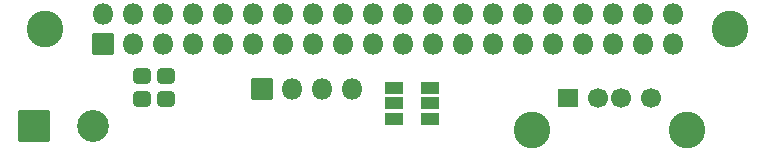
<source format=gbr>
%TF.GenerationSoftware,KiCad,Pcbnew,(7.0.0)*%
%TF.CreationDate,2023-02-23T12:30:24-05:00*%
%TF.ProjectId,PiOled,50694f6c-6564-42e6-9b69-6361645f7063,v3*%
%TF.SameCoordinates,Original*%
%TF.FileFunction,Soldermask,Top*%
%TF.FilePolarity,Negative*%
%FSLAX46Y46*%
G04 Gerber Fmt 4.6, Leading zero omitted, Abs format (unit mm)*
G04 Created by KiCad (PCBNEW (7.0.0)) date 2023-02-23 12:30:24*
%MOMM*%
%LPD*%
G01*
G04 APERTURE LIST*
G04 Aperture macros list*
%AMRoundRect*
0 Rectangle with rounded corners*
0 $1 Rounding radius*
0 $2 $3 $4 $5 $6 $7 $8 $9 X,Y pos of 4 corners*
0 Add a 4 corners polygon primitive as box body*
4,1,4,$2,$3,$4,$5,$6,$7,$8,$9,$2,$3,0*
0 Add four circle primitives for the rounded corners*
1,1,$1+$1,$2,$3*
1,1,$1+$1,$4,$5*
1,1,$1+$1,$6,$7*
1,1,$1+$1,$8,$9*
0 Add four rect primitives between the rounded corners*
20,1,$1+$1,$2,$3,$4,$5,0*
20,1,$1+$1,$4,$5,$6,$7,0*
20,1,$1+$1,$6,$7,$8,$9,0*
20,1,$1+$1,$8,$9,$2,$3,0*%
G04 Aperture macros list end*
%ADD10C,3.100000*%
%ADD11RoundRect,0.050000X0.850000X-0.850000X0.850000X0.850000X-0.850000X0.850000X-0.850000X-0.850000X0*%
%ADD12O,1.800000X1.800000*%
%ADD13RoundRect,0.050000X-1.300000X-1.300000X1.300000X-1.300000X1.300000X1.300000X-1.300000X1.300000X0*%
%ADD14C,2.700000*%
%ADD15RoundRect,0.050000X-0.750000X0.500000X-0.750000X-0.500000X0.750000X-0.500000X0.750000X0.500000X0*%
%ADD16RoundRect,0.300000X0.450000X-0.350000X0.450000X0.350000X-0.450000X0.350000X-0.450000X-0.350000X0*%
%ADD17RoundRect,0.050000X-0.800000X-0.750000X0.800000X-0.750000X0.800000X0.750000X-0.800000X0.750000X0*%
%ADD18C,1.700000*%
%ADD19RoundRect,0.050000X-0.850000X0.850000X-0.850000X-0.850000X0.850000X-0.850000X0.850000X0.850000X0*%
G04 APERTURE END LIST*
D10*
%TO.C,H1*%
X82040000Y-64310000D03*
%TD*%
%TO.C,H2*%
X140040000Y-64330000D03*
%TD*%
D11*
%TO.C,J3*%
X100400000Y-69400000D03*
D12*
X102939999Y-69399999D03*
X105479999Y-69399999D03*
X108019999Y-69399999D03*
%TD*%
D13*
%TO.C,J4*%
X81100000Y-72500000D03*
D14*
X86100000Y-72500000D03*
%TD*%
D15*
%TO.C,JP1*%
X111600000Y-69300000D03*
X111600000Y-70600000D03*
X111600000Y-71900000D03*
%TD*%
%TO.C,JP2*%
X114600000Y-69300000D03*
X114600000Y-70600000D03*
X114600000Y-71900000D03*
%TD*%
D16*
%TO.C,R1*%
X92250000Y-70250000D03*
X92250000Y-68250000D03*
%TD*%
%TO.C,R2*%
X90250000Y-70250000D03*
X90250000Y-68250000D03*
%TD*%
D17*
%TO.C,J5*%
X126300000Y-70140000D03*
D18*
X128800000Y-70140000D03*
X130800000Y-70140000D03*
X133300000Y-70140000D03*
D10*
X123230000Y-72850000D03*
X136370000Y-72850000D03*
%TD*%
D19*
%TO.C,J1*%
X86920000Y-65590000D03*
D12*
X86919999Y-63049999D03*
X89459999Y-65589999D03*
X89459999Y-63049999D03*
X91999999Y-65589999D03*
X91999999Y-63049999D03*
X94539999Y-65589999D03*
X94539999Y-63049999D03*
X97079999Y-65589999D03*
X97079999Y-63049999D03*
X99619999Y-65589999D03*
X99619999Y-63049999D03*
X102159999Y-65589999D03*
X102159999Y-63049999D03*
X104699999Y-65589999D03*
X104699999Y-63049999D03*
X107239999Y-65589999D03*
X107239999Y-63049999D03*
X109779999Y-65589999D03*
X109779999Y-63049999D03*
X112319999Y-65589999D03*
X112319999Y-63049999D03*
X114859999Y-65589999D03*
X114859999Y-63049999D03*
X117399999Y-65589999D03*
X117399999Y-63049999D03*
X119939999Y-65589999D03*
X119939999Y-63049999D03*
X122479999Y-65589999D03*
X122479999Y-63049999D03*
X125019999Y-65589999D03*
X125019999Y-63049999D03*
X127559999Y-65589999D03*
X127559999Y-63049999D03*
X130099999Y-65589999D03*
X130099999Y-63049999D03*
X132639999Y-65589999D03*
X132639999Y-63049999D03*
X135179999Y-65589999D03*
X135179999Y-63049999D03*
%TD*%
M02*

</source>
